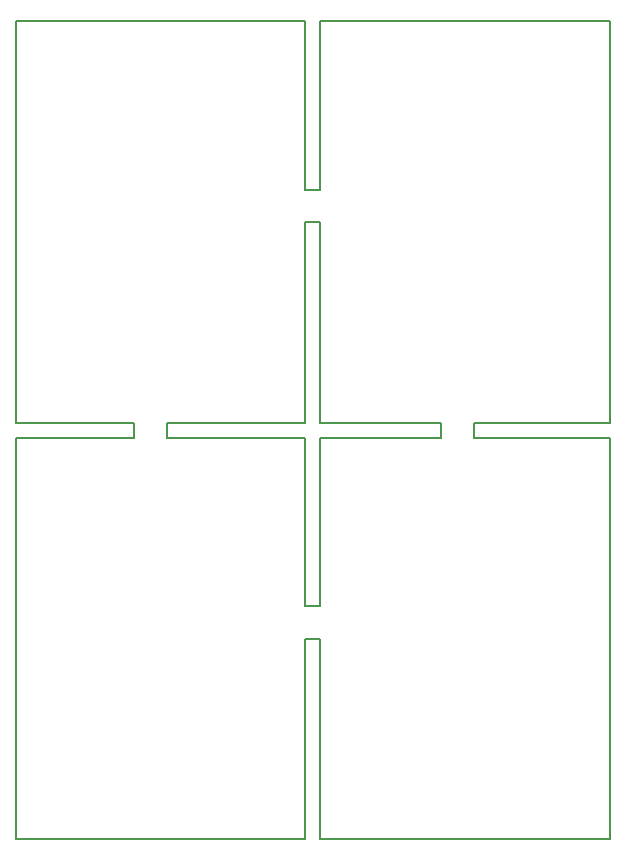
<source format=gm1>
G04 #@! TF.FileFunction,Profile,NP*
%FSLAX46Y46*%
G04 Gerber Fmt 4.6, Leading zero omitted, Abs format (unit mm)*
G04 Created by KiCad (PCBNEW 4.0.2-stable) date 2019-03-28 2:30:29 PM*
%MOMM*%
G01*
G04 APERTURE LIST*
%ADD10C,0.200000*%
G04 APERTURE END LIST*
D10*
X120000000Y-125250000D02*
X110000000Y-125250000D01*
X110000000Y-124000000D02*
X120000000Y-124000000D01*
X135750000Y-125250000D02*
X146000000Y-125250000D01*
X146000000Y-124000000D02*
X135750000Y-124000000D01*
X120000000Y-125250000D02*
X120000000Y-124000000D01*
X122750000Y-125250000D02*
X122750000Y-124000000D01*
X148750000Y-125250000D02*
X148750000Y-124000000D01*
X146000000Y-125250000D02*
X146000000Y-124000000D01*
X135750000Y-142250000D02*
X135750000Y-159250000D01*
X134500000Y-139500000D02*
X135750000Y-139500000D01*
X135750000Y-139500000D02*
X135750000Y-125250000D01*
X134500000Y-142250000D02*
X135750000Y-142250000D01*
X134500000Y-125250000D02*
X134500000Y-139500000D01*
X134500000Y-142250000D02*
X134500000Y-159250000D01*
X135750000Y-107000000D02*
X135750000Y-124000000D01*
X134500000Y-107000000D02*
X134500000Y-124000000D01*
X134500000Y-104250000D02*
X135750000Y-104250000D01*
X134500000Y-107000000D02*
X135750000Y-107000000D01*
X122750000Y-125250000D02*
X134500000Y-125250000D01*
X110000000Y-159250000D02*
X110000000Y-125250000D01*
X110000000Y-159250000D02*
X134500000Y-159250000D01*
X135750000Y-159250000D02*
X160250000Y-159250000D01*
X160250000Y-130250000D02*
X160250000Y-125250000D01*
X148750000Y-125250000D02*
X160250000Y-125250000D01*
X160250000Y-130250000D02*
X160250000Y-159250000D01*
X160250000Y-95000000D02*
X160250000Y-90000000D01*
X135750000Y-104250000D02*
X135750000Y-90000000D01*
X135750000Y-90000000D02*
X160250000Y-90000000D01*
X160250000Y-95000000D02*
X160250000Y-124000000D01*
X148750000Y-124000000D02*
X160250000Y-124000000D01*
X134500000Y-90000000D02*
X134500000Y-104250000D01*
X110000000Y-90000000D02*
X134500000Y-90000000D01*
X110000000Y-124000000D02*
X110000000Y-90000000D01*
X122750000Y-124000000D02*
X134500000Y-124000000D01*
M02*

</source>
